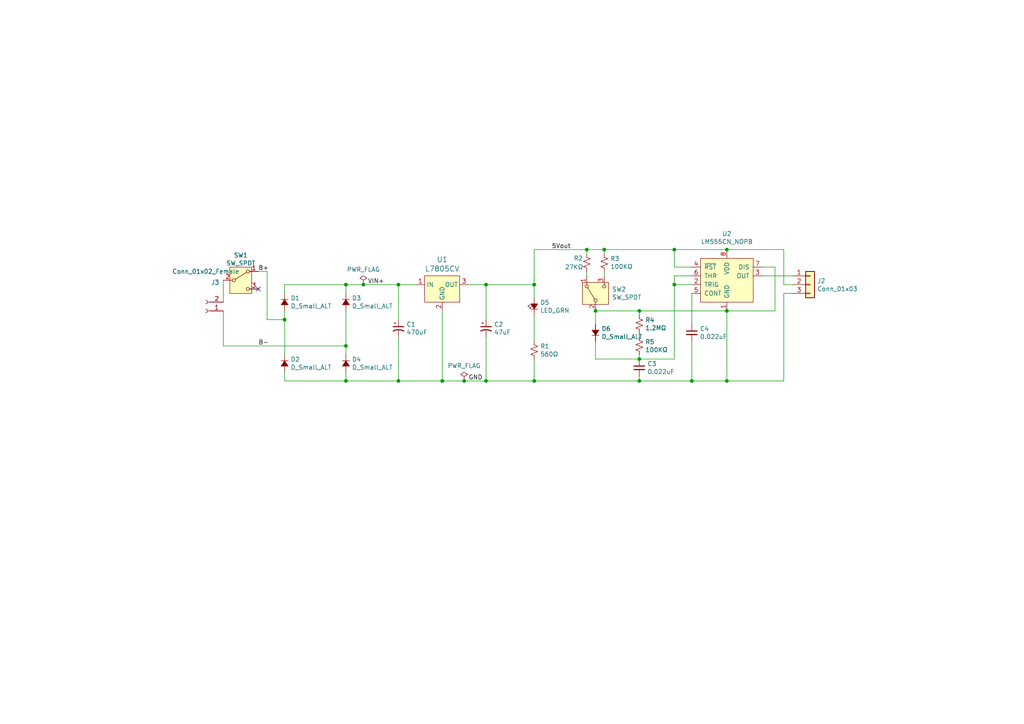
<source format=kicad_sch>
(kicad_sch (version 20230121) (generator eeschema)
  (paper "A4")
  (title_block (title "UselessBox") (date "2022-04-11") (rev "2") (company "TNT Electronics") (comment 1 "Tim Leishman"))
  (lib_symbols
    (symbol "Connector_Generic:Conn_01x03" (pin_names (offset 1.016) hide)
      (property "Reference" "J" (at 0 5.08 0))
      (property "Value" "Conn_01x03" (at 0 -5.08 0))
      (symbol "Conn_01x03_1_1"
        (rectangle (start -1.27 -2.413) (end 0 -2.667) (stroke (width 0.1524)))
        (rectangle (start -1.27 0.127) (end 0 -0.127) (stroke (width 0.1524)))
        (rectangle (start -1.27 2.667) (end 0 2.413) (stroke (width 0.1524)))
        (rectangle (start -1.27 3.81) (end 1.27 -3.81) (stroke (width 0.254)) (fill (type background)))
        (pin passive line (at -5.08 2.54 0) (length 3.81) (name "Pin_1") (number "1"))
        (pin passive line (at -5.08 0 0) (length 3.81) (name "Pin_2") (number "2"))
        (pin passive line (at -5.08 -2.54 0) (length 3.81) (name "Pin_3") (number "3"))
      )
    )
    (symbol "Device:C_Small" (pin_numbers hide) (pin_names (offset 0.254) hide)
      (property "Reference" "C" (at 0.254 1.778 0))
      (property "Value" "C_Small" (at 0.254 -2.032 0))
      (symbol "C_Small_0_1"
        (polyline (pts (xy -1.524 -0.508) (xy 1.524 -0.508)) (stroke (width 0.3302)))
        (polyline (pts (xy -1.524 0.508) (xy 1.524 0.508)) (stroke (width 0.3048)))
      )
      (symbol "C_Small_1_1"
        (pin passive line (at 0 2.54 270) (length 2.032) (name "~") (number "1"))
        (pin passive line (at 0 -2.54 90) (length 2.032) (name "~") (number "2"))
      )
    )
    (symbol "Device:R_Small_US" (pin_numbers hide) (pin_names (offset 0.254) hide)
      (property "Reference" "R" (at 0.762 0.508 0))
      (property "Value" "R_Small_US" (at 0.762 -1.016 0))
      (symbol "R_Small_US_1_1"
        (polyline (pts (xy 0 0) (xy 1.016 -0.381) (xy 0 -0.762) (xy -1.016 -1.143) (xy 0 -1.524)))
        (polyline (pts (xy 0 1.524) (xy 1.016 1.143) (xy 0 0.762) (xy -1.016 0.381) (xy 0 0)))
        (pin passive line (at 0 2.54 270) (length 1.016) (name "~") (number "1"))
        (pin passive line (at 0 -2.54 90) (length 1.016) (name "~") (number "2"))
      )
    )
    (symbol "Switch:SW_SPDT" (pin_names (offset 0) hide)
      (property "Reference" "SW" (at 0 5.08 0))
      (property "Value" "SW_SPDT" (at 0 -5.08 0))
      (symbol "SW_SPDT_0_1"
        (circle (center -2.032 0) (radius 0.4572))
        (polyline (pts (xy -1.651 0.254) (xy 1.651 2.286)))
        (circle (center 2.032 -2.54) (radius 0.4572))
        (circle (center 2.032 2.54) (radius 0.4572))
      )
      (symbol "SW_SPDT_1_1"
        (rectangle (start -3.175 3.81) (end 3.175 -3.81) (fill (type background)))
        (pin passive line (at 5.08 2.54 180) (length 2.54) (name "A") (number "1"))
        (pin passive line (at -5.08 0 0) (length 2.54) (name "B") (number "2"))
        (pin passive line (at 5.08 -2.54 180) (length 2.54) (name "C") (number "3"))
      )
    )
    (symbol "UselessBox V2-rescue:CP1_Small-Device" (pin_numbers hide) (pin_names (offset 0.254) hide)
      (property "Reference" "C" (at 0.254 1.778 0))
      (property "Value" "Device_CP1_Small" (at 0.254 -2.032 0))
      (symbol "CP1_Small-Device_0_1"
        (polyline (pts (xy -1.524 0.508) (xy 1.524 0.508)) (stroke (width 0.3048)))
        (polyline (pts (xy -1.27 1.524) (xy -0.762 1.524)))
        (polyline (pts (xy -1.016 1.27) (xy -1.016 1.778)))
        (arc (start 1.524 -0.762) (mid 0 -0.3734) (end -1.524 -0.762) (stroke (width 0.3048)))
      )
      (symbol "CP1_Small-Device_1_1"
        (pin passive line (at 0 2.54 270) (length 2.032) (name "~") (number "1"))
        (pin passive line (at 0 -2.54 90) (length 2.032) (name "~") (number "2"))
      )
    )
    (symbol "UselessBox V2-rescue:Conn_01x02_Female-Connector" (pin_names (offset 1.016) hide)
      (property "Reference" "J" (at 0 2.54 0))
      (property "Value" "Connector_Conn_01x02_Female" (at 0 -5.08 0))
      (symbol "Conn_01x02_Female-Connector_1_1"
        (arc (start 0 -2.032) (mid -0.5058 -2.54) (end 0 -3.048) (stroke (width 0.1524)))
        (polyline (pts (xy -1.27 -2.54) (xy -0.508 -2.54)) (stroke (width 0.1524)))
        (polyline (pts (xy -1.27 0) (xy -0.508 0)) (stroke (width 0.1524)))
        (arc (start 0 0.508) (mid -0.5058 0) (end 0 -0.508) (stroke (width 0.1524)))
        (pin passive line (at -5.08 0 0) (length 3.81) (name "Pin_1") (number "1"))
        (pin passive line (at -5.08 -2.54 0) (length 3.81) (name "Pin_2") (number "2"))
      )
    )
    (symbol "UselessBox V2-rescue:D_Small_ALT-Device" (pin_numbers hide) (pin_names (offset 0.254) hide)
      (property "Reference" "D" (at -1.27 2.032 0))
      (property "Value" "Device_D_Small_ALT" (at -3.81 -2.032 0))
      (symbol "D_Small_ALT-Device_0_1"
        (polyline (pts (xy -0.762 -1.016) (xy -0.762 1.016)))
        (polyline (pts (xy -0.762 0) (xy 0.762 0)))
        (polyline (pts (xy 0.762 -1.016) (xy -0.762 0) (xy 0.762 1.016) (xy 0.762 -1.016)) (fill (type outline)))
      )
      (symbol "D_Small_ALT-Device_1_1"
        (pin passive line (at -2.54 0 0) (length 1.778) (name "K") (number "1"))
        (pin passive line (at 2.54 0 180) (length 1.778) (name "A") (number "2"))
      )
    )
    (symbol "UselessBox V2-rescue:L7805CV-dk_PMIC-Voltage-Regulators-Linear"
      (property "Reference" "U" (at 0 3.81 0))
      (property "Value" "dk_PMIC-Voltage-Regulators-Linear_L7805CV" (at 0 6.35 0))
      (symbol "L7805CV-dk_PMIC-Voltage-Regulators-Linear_1_1"
        (rectangle (start -5.08 2.54) (end 5.08 -5.08) (fill (type background)))
        (pin power_in line (at -7.62 0 0) (length 2.54) (name "IN") (number "1"))
        (pin power_in line (at 0 -7.62 90) (length 2.54) (name "GND") (number "2"))
        (pin power_out line (at 7.62 0 180) (length 2.54) (name "OUT") (number "3"))
      )
    )
    (symbol "UselessBox V2-rescue:LED_Small_ALT-Device" (pin_numbers hide) (pin_names (offset 0.254) hide)
      (property "Reference" "D" (at -1.27 3.175 0))
      (property "Value" "Device_LED_Small_ALT" (at -4.445 -2.54 0))
      (symbol "LED_Small_ALT-Device_0_1"
        (polyline (pts (xy -0.762 -1.016) (xy -0.762 1.016)))
        (polyline (pts (xy 1.016 0) (xy -0.762 0)))
        (polyline (pts (xy 0.762 -1.016) (xy -0.762 0) (xy 0.762 1.016) (xy 0.762 -1.016)) (fill (type outline)))
        (polyline (pts (xy 0 0.762) (xy -0.508 1.27) (xy -0.254 1.27) (xy -0.508 1.27) (xy -0.508 1.016)))
        (polyline (pts (xy 0.508 1.27) (xy 0 1.778) (xy 0.254 1.778) (xy 0 1.778) (xy 0 1.524)))
      )
      (symbol "LED_Small_ALT-Device_1_1"
        (pin passive line (at -2.54 0 0) (length 1.778) (name "K") (number "1"))
        (pin passive line (at 2.54 0 180) (length 1.778) (name "A") (number "2"))
      )
    )
    (symbol "UselessBox V2-rescue:LM555CN_NOPB-dk_Clock-Timing-Programmable-Timers-and-Oscillators" (pin_names (offset 1.016))
      (property "Reference" "U" (at -7.62 6.35 0))
      (property "Value" "dk_Clock-Timing-Programmable-Timers-and-Oscillators_LM555CN_NOPB" (at 1.27 -8.89 0))
      (symbol "LM555CN_NOPB-dk_Clock-Timing-Programmable-Timers-and-Oscillators_0_1"
        (rectangle (start -7.62 5.08) (end 7.62 -7.62) (fill (type background)))
      )
      (symbol "LM555CN_NOPB-dk_Clock-Timing-Programmable-Timers-and-Oscillators_1_1"
        (pin power_in line (at 0 -10.16 90) (length 2.54) (name "GND") (number "1"))
        (pin input line (at -10.16 -2.54 0) (length 2.54) (name "TRIG") (number "2"))
        (pin output line (at 10.16 0 180) (length 2.54) (name "OUT") (number "3"))
        (pin input line (at -10.16 2.54 0) (length 2.54) (name "~{RST}") (number "4"))
        (pin input line (at -10.16 -5.08 0) (length 2.54) (name "CONT") (number "5"))
        (pin input line (at -10.16 0 0) (length 2.54) (name "THR") (number "6"))
        (pin output line (at 10.16 2.54 180) (length 2.54) (name "DIS") (number "7"))
        (pin power_in line (at 0 7.62 270) (length 2.54) (name "VDD") (number "8"))
      )
    )
    (symbol "power:PWR_FLAG" (power) (pin_numbers hide) (pin_names (offset 0) hide)
      (property "Value" "PWR_FLAG" (at 0 3.81 0))
      (symbol "PWR_FLAG_0_0"
        (pin power_out line (at 0 0 90) (length 0) (name "pwr") (number "1"))
      )
      (symbol "PWR_FLAG_0_1"
        (polyline (pts (xy 0 0) (xy 0 1.27) (xy -1.016 1.905) (xy 0 2.54) (xy 1.016 1.905) (xy 0 1.27)))
      )
    )
  )
  (junction (at 115.57 110.49))
  (junction (at 105.41 82.55))
  (junction (at 134.62 110.49))
  (junction (at 185.42 90.17))
  (junction (at 154.94 110.49))
  (junction (at 210.82 72.39))
  (junction (at 154.94 82.55))
  (junction (at 100.33 110.49))
  (junction (at 140.97 110.49))
  (junction (at 185.42 104.14))
  (junction (at 128.27 110.49))
  (junction (at 115.57 82.55))
  (junction (at 82.55 92.71))
  (junction (at 195.58 72.39))
  (junction (at 200.66 110.49))
  (junction (at 185.42 110.49))
  (junction (at 172.72 90.17))
  (junction (at 210.82 90.17))
  (junction (at 195.58 82.55))
  (junction (at 170.18 72.39))
  (junction (at 100.33 82.55))
  (junction (at 140.97 82.55))
  (junction (at 100.33 100.33))
  (junction (at 175.26 72.39))
  (junction (at 210.82 110.49))
  (no_connect (at 74.93 83.82))
  (wire (pts (xy 82.55 82.55) (xy 100.33 82.55)))
  (wire (pts (xy 170.18 72.39) (xy 154.94 72.39)))
  (wire (pts (xy 154.94 72.39) (xy 154.94 82.55)))
  (wire (pts (xy 175.26 73.66) (xy 175.26 72.39)))
  (wire (pts (xy 115.57 82.55) (xy 105.41 82.55)))
  (wire (pts (xy 120.65 82.55) (xy 115.57 82.55)))
  (wire (pts (xy 140.97 97.79) (xy 140.97 110.49)))
  (wire (pts (xy 154.94 110.49) (xy 185.42 110.49)))
  (wire (pts (xy 154.94 110.49) (xy 140.97 110.49)))
  (wire (pts (xy 185.42 90.17) (xy 210.82 90.17)))
  (wire (pts (xy 115.57 82.55) (xy 115.57 92.71)))
  (wire (pts (xy 154.94 104.14) (xy 154.94 110.49)))
  (wire (pts (xy 100.33 85.09) (xy 100.33 82.55)))
  (wire (pts (xy 82.55 90.17) (xy 82.55 92.71)))
  (wire (pts (xy 128.27 110.49) (xy 115.57 110.49)))
  (wire (pts (xy 210.82 90.17) (xy 224.79 90.17)))
  (wire (pts (xy 154.94 91.44) (xy 154.94 99.06)))
  (wire (pts (xy 224.79 77.47) (xy 220.98 77.47)))
  (wire (pts (xy 64.77 81.28) (xy 64.77 87.63)))
  (wire (pts (xy 64.77 100.33) (xy 100.33 100.33)))
  (wire (pts (xy 77.47 78.74) (xy 74.93 78.74)))
  (wire (pts (xy 227.33 85.09) (xy 227.33 110.49)))
  (wire (pts (xy 210.82 110.49) (xy 200.66 110.49)))
  (wire (pts (xy 195.58 72.39) (xy 210.82 72.39)))
  (wire (pts (xy 200.66 85.09) (xy 200.66 93.98)))
  (wire (pts (xy 172.72 99.06) (xy 172.72 104.14)))
  (wire (pts (xy 195.58 80.01) (xy 200.66 80.01)))
  (wire (pts (xy 170.18 78.74) (xy 170.18 80.01)))
  (wire (pts (xy 185.42 109.22) (xy 185.42 110.49)))
  (wire (pts (xy 227.33 72.39) (xy 210.82 72.39)))
  (wire (pts (xy 100.33 107.95) (xy 100.33 110.49)))
  (wire (pts (xy 100.33 90.17) (xy 100.33 100.33)))
  (wire (pts (xy 115.57 97.79) (xy 115.57 110.49)))
  (wire (pts (xy 170.18 73.66) (xy 170.18 72.39)))
  (wire (pts (xy 154.94 82.55) (xy 154.94 86.36)))
  (wire (pts (xy 195.58 82.55) (xy 195.58 80.01)))
  (wire (pts (xy 134.62 110.49) (xy 128.27 110.49)))
  (wire (pts (xy 200.66 99.06) (xy 200.66 110.49)))
  (wire (pts (xy 195.58 77.47) (xy 200.66 77.47)))
  (wire (pts (xy 82.55 92.71) (xy 82.55 102.87)))
  (wire (pts (xy 140.97 92.71) (xy 140.97 82.55)))
  (wire (pts (xy 195.58 82.55) (xy 200.66 82.55)))
  (wire (pts (xy 172.72 104.14) (xy 185.42 104.14)))
  (wire (pts (xy 172.72 90.17) (xy 172.72 93.98)))
  (wire (pts (xy 140.97 110.49) (xy 134.62 110.49)))
  (wire (pts (xy 185.42 91.44) (xy 185.42 90.17)))
  (wire (pts (xy 100.33 102.87) (xy 100.33 100.33)))
  (wire (pts (xy 200.66 110.49) (xy 185.42 110.49)))
  (wire (pts (xy 135.89 82.55) (xy 140.97 82.55)))
  (wire (pts (xy 195.58 77.47) (xy 195.58 72.39)))
  (wire (pts (xy 77.47 92.71) (xy 77.47 78.74)))
  (wire (pts (xy 64.77 90.17) (xy 64.77 100.33)))
  (wire (pts (xy 172.72 90.17) (xy 185.42 90.17)))
  (wire (pts (xy 82.55 110.49) (xy 100.33 110.49)))
  (wire (pts (xy 227.33 82.55) (xy 227.33 72.39)))
  (wire (pts (xy 175.26 78.74) (xy 175.26 80.01)))
  (wire (pts (xy 128.27 90.17) (xy 128.27 110.49)))
  (wire (pts (xy 100.33 110.49) (xy 115.57 110.49)))
  (wire (pts (xy 185.42 102.87) (xy 185.42 104.14)))
  (wire (pts (xy 229.87 85.09) (xy 227.33 85.09)))
  (wire (pts (xy 175.26 72.39) (xy 195.58 72.39)))
  (wire (pts (xy 140.97 82.55) (xy 154.94 82.55)))
  (wire (pts (xy 100.33 82.55) (xy 105.41 82.55)))
  (wire (pts (xy 195.58 104.14) (xy 195.58 82.55)))
  (wire (pts (xy 224.79 90.17) (xy 224.79 77.47)))
  (wire (pts (xy 82.55 82.55) (xy 82.55 85.09)))
  (wire (pts (xy 185.42 104.14) (xy 195.58 104.14)))
  (wire (pts (xy 82.55 92.71) (xy 77.47 92.71)))
  (wire (pts (xy 210.82 90.17) (xy 210.82 110.49)))
  (wire (pts (xy 185.42 97.79) (xy 185.42 96.52)))
  (wire (pts (xy 229.87 82.55) (xy 227.33 82.55)))
  (wire (pts (xy 227.33 110.49) (xy 210.82 110.49)))
  (wire (pts (xy 82.55 107.95) (xy 82.55 110.49)))
  (wire (pts (xy 175.26 72.39) (xy 170.18 72.39)))
  (wire (pts (xy 220.98 80.01) (xy 229.87 80.01)))
  (label "B+" (at 74.93 78.74 0))
  (label "VIN+" (at 106.68 82.55 0))
  (label "GND" (at 135.89 110.49 0))
  (label "B-" (at 74.93 100.33 0))
  (label "5Vout" (at 160.02 72.39 0))
  (symbol (lib_id "UselessBox V2-rescue:LM555CN_NOPB-dk_Clock-Timing-Programmable-Timers-and-Oscillators") (at 210.82 80.01 0) (unit 1)
    (property "Reference" "U2" (at 210.82 67.7926 0))
    (property "Value" "LM555CN_NOPB" (at 210.82 70.104 0))
    (property "Footprint" "Package_DIP:DIP-8_W7.62mm_LongPads" (effects hide))
    (property "Datasheet" "http://www.ti.com/general/docs/suppproductinfo.tsp?distId=10&gotoUrl=http%3A%2F%2Fwww.ti.com%2Flit%2Fgpn%2Flm555" (effects hide))
    (property "Digi-Key_PN" "LM555CNNS/NOPB-ND" (effects hide))
    (property "MPN" "LM555CN/NOPB" (effects hide))
    (property "Category" "Integrated Circuits (ICs)" (effects hide))
    (property "Family" "Clock/Timing - Programmable Timers and Oscillators" (effects hide))
    (property "DK_Datasheet_Link" "http://www.ti.com/general/docs/suppproductinfo.tsp?distId=10&gotoUrl=http%3A%2F%2Fwww.ti.com%2Flit%2Fgpn%2Flm555" (effects hide))
    (property "DK_Detail_Page" "/product-detail/en/texas-instruments/LM555CN-NOPB/LM555CNNS-NOPB-ND/6575" (effects hide))
    (property "Description" "IC OSC SINGLE TIMER 100KHZ 8-DIP" (effects hide))
    (property "Manufacturer" "Texas Instruments" (effects hide))
    (property "Status" "Active" (effects hide))
  )
  (symbol (lib_id "UselessBox V2-rescue:L7805CV-dk_PMIC-Voltage-Regulators-Linear") (at 128.27 82.55 0) (unit 1)
    (property "Reference" "U1" (at 128.27 75.2602 0) (effects (font (size 1.524 1.524))))
    (property "Value" "L7805CV" (at 128.27 77.9526 0) (effects (font (size 1.524 1.524))))
    (property "Footprint" "Package_TO_SOT_THT:TO-220-3_Vertical" (effects hide))
    (property "Datasheet" "http://www.st.com/content/ccc/resource/technical/document/datasheet/41/4f/b3/b0/12/d4/47/88/CD00000444.pdf/files/CD00000444.pdf/jcr:content/translations/en.CD00000444.pdf" (effects hide))
    (property "Digi-Key_PN" "497-1443-5-ND" (effects hide))
    (property "MPN" "L7805CV" (effects hide))
    (property "Category" "Integrated Circuits (ICs)" (effects hide))
    (property "Family" "PMIC - Voltage Regulators - Linear" (effects hide))
    (property "DK_Datasheet_Link" "http://www.st.com/content/ccc/resource/technical/document/datasheet/41/4f/b3/b0/12/d4/47/88/CD00000444.pdf/files/CD00000444.pdf/jcr:content/translations/en.CD00000444.pdf" (effects hide))
    (property "DK_Detail_Page" "/product-detail/en/stmicroelectronics/L7805CV/497-1443-5-ND/585964" (effects hide))
    (property "Description" "IC REG LINEAR 5V 1.5A TO220AB" (effects hide))
    (property "Manufacturer" "STMicroelectronics" (effects hide))
    (property "Status" "Active" (effects hide))
  )
  (symbol (lib_id "UselessBox V2-rescue:CP1_Small-Device") (at 115.57 95.25 0) (unit 1)
    (property "Reference" "C1" (at 117.8814 94.0816 0) (effects (justify left)))
    (property "Value" "470uF" (at 117.8814 96.393 0) (effects (justify left)))
    (property "Footprint" "Capacitor_THT:CP_Radial_D10.0mm_P5.00mm" (effects hide))
  )
  (symbol (lib_id "UselessBox V2-rescue:CP1_Small-Device") (at 140.97 95.25 0) (unit 1)
    (property "Reference" "C2" (at 143.2814 94.0816 0) (effects (justify left)))
    (property "Value" "47uF" (at 143.2814 96.393 0) (effects (justify left)))
    (property "Footprint" "Capacitor_THT:CP_Radial_D5.0mm_P2.00mm" (effects hide))
  )
  (symbol (lib_id "UselessBox V2-rescue:LED_Small_ALT-Device") (at 154.94 88.9 90) (unit 1)
    (property "Reference" "D5" (at 156.6672 87.7316 90) (effects (justify right)))
    (property "Value" "LED_GRN" (at 156.6672 90.043 90) (effects (justify right)))
    (property "Footprint" "LED_THT:LED_D3.0mm" (effects hide))
  )
  (symbol (lib_id "Device:R_Small_US") (at 154.94 101.6 0) (unit 1)
    (property "Reference" "R1" (at 156.6672 100.4316 0) (effects (justify left)))
    (property "Value" "560Ω" (at 156.6672 102.743 0) (effects (justify left)))
    (property "Footprint" "Resistor_THT:R_Axial_DIN0207_L6.3mm_D2.5mm_P7.62mm_Horizontal" (effects hide))
  )
  (symbol (lib_id "Switch:SW_SPDT") (at 172.72 85.09 90) (unit 1)
    (property "Reference" "SW2" (at 177.4952 83.9216 90) (effects (justify right)))
    (property "Value" "SW_SPDT" (at 177.4952 86.233 90) (effects (justify right)))
    (property "Footprint" "Connector_PinHeader_2.54mm:PinHeader_1x03_P2.54mm_Vertical" (effects hide))
  )
  (symbol (lib_id "Device:R_Small_US") (at 170.18 76.2 0) (unit 1)
    (property "Reference" "R2" (at 166.37 74.93 0) (effects (justify left)))
    (property "Value" "27KΩ" (at 163.83 77.47 0) (effects (justify left)))
    (property "Footprint" "Resistor_THT:R_Axial_DIN0207_L6.3mm_D2.5mm_P7.62mm_Horizontal" (effects hide))
  )
  (symbol (lib_id "Device:R_Small_US") (at 175.26 76.2 0) (unit 1)
    (property "Reference" "R3" (at 176.9872 75.0316 0) (effects (justify left)))
    (property "Value" "100KΩ" (at 176.9872 77.343 0) (effects (justify left)))
    (property "Footprint" "Resistor_THT:R_Axial_DIN0207_L6.3mm_D2.5mm_P7.62mm_Horizontal" (effects hide))
  )
  (symbol (lib_id "Device:C_Small") (at 185.42 106.68 0) (unit 1)
    (property "Reference" "C3" (at 187.7568 105.5116 0) (effects (justify left)))
    (property "Value" "0.022uF" (at 187.7568 107.823 0) (effects (justify left)))
    (property "Footprint" "Capacitor_THT:C_Rect_L4.0mm_W2.5mm_P2.50mm" (effects hide))
  )
  (symbol (lib_id "Device:R_Small_US") (at 185.42 93.98 0) (unit 1)
    (property "Reference" "R4" (at 187.1472 92.8116 0) (effects (justify left)))
    (property "Value" "1.2MΩ" (at 187.1472 95.123 0) (effects (justify left)))
    (property "Footprint" "Resistor_THT:R_Axial_DIN0207_L6.3mm_D2.5mm_P7.62mm_Horizontal" (effects hide))
  )
  (symbol (lib_id "Device:R_Small_US") (at 185.42 100.33 0) (unit 1)
    (property "Reference" "R5" (at 187.1472 99.1616 0) (effects (justify left)))
    (property "Value" "100KΩ" (at 187.1472 101.473 0) (effects (justify left)))
    (property "Footprint" "Resistor_THT:R_Axial_DIN0207_L6.3mm_D2.5mm_P7.62mm_Horizontal" (effects hide))
  )
  (symbol (lib_id "Device:C_Small") (at 200.66 96.52 0) (unit 1)
    (property "Reference" "C4" (at 202.9968 95.3516 0) (effects (justify left)))
    (property "Value" "0.022uF" (at 202.9968 97.663 0) (effects (justify left)))
    (property "Footprint" "Capacitor_THT:C_Rect_L4.0mm_W2.5mm_P2.50mm" (effects hide))
  )
  (symbol (lib_id "Connector_Generic:Conn_01x03") (at 234.95 82.55 0) (unit 1)
    (property "Reference" "J2" (at 236.982 81.4832 0) (effects (justify left)))
    (property "Value" "Conn_01x03" (at 236.982 83.7946 0) (effects (justify left)))
    (property "Footprint" "Connector_PinHeader_2.54mm:PinHeader_1x03_P2.54mm_Vertical" (effects hide))
  )
  (symbol (lib_id "power:PWR_FLAG") (at 105.41 82.55 0) (unit 1)
    (property "Reference" "#FLG0101" (effects hide))
    (property "Value" "PWR_FLAG" (at 105.41 78.1558 0))
  )
  (symbol (lib_id "power:PWR_FLAG") (at 134.62 110.49 0) (unit 1)
    (property "Reference" "#FLG0102" (effects hide))
    (property "Value" "PWR_FLAG" (at 134.62 106.0958 0))
  )
  (symbol (lib_id "Switch:SW_SPDT") (at 69.85 81.28 0) (unit 1)
    (property "Reference" "SW1" (at 69.85 74.041 0))
    (property "Value" "SW_SPDT" (at 69.85 76.3524 0))
    (property "Footprint" "Button_Switch_THT:SW_CuK_JS202011CQN_DPDT_Straight" (effects hide))
  )
  (symbol (lib_id "UselessBox V2-rescue:Conn_01x02_Female-Connector") (at 59.69 90.17 180) (unit 1)
    (property "Reference" "J3" (at 62.4332 81.915 0))
    (property "Value" "Conn_01x02_Female" (at 59.69 78.74 0))
    (property "Footprint" "Connector_PinHeader_2.54mm:PinHeader_1x02_P2.54mm_Vertical" (effects hide))
  )
  (symbol (lib_id "UselessBox V2-rescue:D_Small_ALT-Device") (at 82.55 87.63 270) (unit 1)
    (property "Reference" "D1" (at 84.2772 86.4616 90) (effects (justify left)))
    (property "Value" "D_Small_ALT" (at 84.2772 88.773 90) (effects (justify left)))
    (property "Footprint" "Diode_THT:D_DO-41_SOD81_P10.16mm_Horizontal" (effects hide))
  )
  (symbol (lib_id "UselessBox V2-rescue:D_Small_ALT-Device") (at 100.33 87.63 270) (unit 1)
    (property "Reference" "D3" (at 102.0572 86.4616 90) (effects (justify left)))
    (property "Value" "D_Small_ALT" (at 102.0572 88.773 90) (effects (justify left)))
    (property "Footprint" "Diode_THT:D_DO-41_SOD81_P10.16mm_Horizontal" (effects hide))
  )
  (symbol (lib_id "UselessBox V2-rescue:D_Small_ALT-Device") (at 82.55 105.41 270) (unit 1)
    (property "Reference" "D2" (at 84.2772 104.2416 90) (effects (justify left)))
    (property "Value" "D_Small_ALT" (at 84.2772 106.553 90) (effects (justify left)))
    (property "Footprint" "Diode_THT:D_DO-41_SOD81_P10.16mm_Horizontal" (effects hide))
  )
  (symbol (lib_id "UselessBox V2-rescue:D_Small_ALT-Device") (at 100.33 105.41 270) (unit 1)
    (property "Reference" "D4" (at 102.0572 104.2416 90) (effects (justify left)))
    (property "Value" "D_Small_ALT" (at 102.0572 106.553 90) (effects (justify left)))
    (property "Footprint" "Diode_THT:D_DO-41_SOD81_P10.16mm_Horizontal" (effects hide))
  )
  (symbol (lib_id "UselessBox V2-rescue:D_Small_ALT-Device") (at 172.72 96.52 90) (unit 1)
    (property "Reference" "D6" (at 174.4472 95.3516 90) (effects (justify right)))
    (property "Value" "D_Small_ALT" (at 174.4472 97.663 90) (effects (justify right)))
    (property "Footprint" "Diode_THT:D_DO-41_SOD81_P10.16mm_Horizontal" (effects hide))
  )
)
</source>
